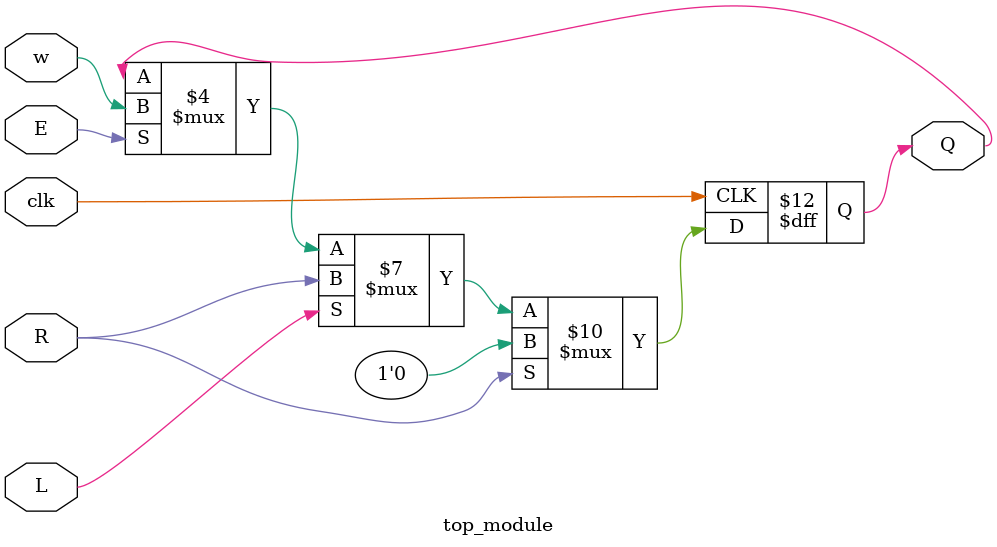
<source format=sv>
module top_module (
    input clk,
    input w,
    input R,
    input E,
    input L,
    output reg Q
);

always @(posedge clk) begin
    if (R) begin
        // Reset the output Q to 0
        Q <= 1'b0;
    end
    else if (L) begin
        // Update Q with the value of R
        Q <= R;
    end
    else if (~E) begin
        // Hold the current state of Q
        Q <= Q;
    end
    else begin
        // Update Q with the value of w
        Q <= w;
    end
end

endmodule

</source>
